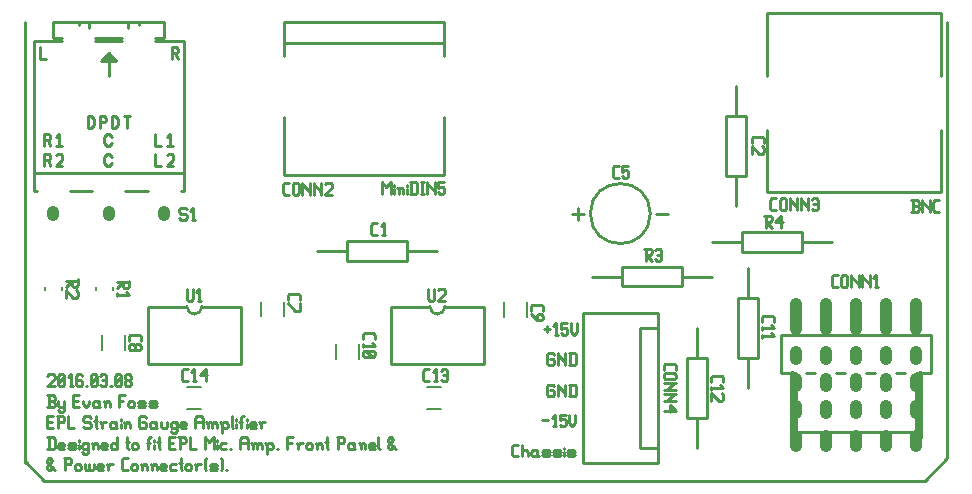
<source format=gbr>
G04 start of page 8 for group -4079 idx -4079 *
G04 Title: (unknown), topsilk *
G04 Creator: pcb 20140316 *
G04 CreationDate: Wed 09 Mar 2016 04:49:46 PM GMT UTC *
G04 For: fosse *
G04 Format: Gerber/RS-274X *
G04 PCB-Dimensions (mil): 3665.00 1935.00 *
G04 PCB-Coordinate-Origin: lower left *
%MOIN*%
%FSLAX25Y25*%
%LNTOPSILK*%
%ADD97C,0.0080*%
%ADD96C,0.0150*%
%ADD95C,0.0400*%
%ADD94C,0.0100*%
%ADD93C,0.0110*%
G54D93*X314500Y40500D02*Y186000D01*
X7000D02*Y39000D01*
X13500Y33000D02*X307000D01*
X314500Y40500D01*
X7000Y39500D02*X13500Y33000D01*
G54D94*X302500Y122550D02*X304480D01*
X304975Y123045D01*
Y124035D02*Y123045D01*
X304480Y124530D02*X304975Y124035D01*
X302995Y124530D02*X304480D01*
X302995Y126510D02*Y122550D01*
X302500Y126510D02*X304480D01*
X304975Y126015D01*
Y125025D01*
X304480Y124530D02*X304975Y125025D01*
X306163Y126510D02*Y122550D01*
Y126510D02*Y126015D01*
X308638Y123540D01*
Y126510D02*Y122550D01*
X310321D02*X311806D01*
X309826Y123045D02*X310321Y122550D01*
X309826Y126015D02*Y123045D01*
Y126015D02*X310321Y126510D01*
X311806D01*
X179500Y53030D02*X181480D01*
X183163Y51050D02*X184153D01*
X183658Y55010D02*Y51050D01*
X182668Y54020D02*X183658Y55010D01*
X185341D02*X187321D01*
X185341D02*Y53030D01*
X185836Y53525D01*
X186826D01*
X187321Y53030D01*
Y51545D01*
X186826Y51050D02*X187321Y51545D01*
X185836Y51050D02*X186826D01*
X185341Y51545D02*X185836Y51050D01*
X188509Y55010D02*Y52040D01*
X189499Y51050D01*
X190489Y52040D01*
Y55010D02*Y52040D01*
X182980Y75510D02*X183475Y75015D01*
X181495Y75510D02*X182980D01*
X181000Y75015D02*X181495Y75510D01*
X181000Y75015D02*Y72045D01*
X181495Y71550D01*
X182980D01*
X183475Y72045D01*
Y73035D02*Y72045D01*
X182980Y73530D02*X183475Y73035D01*
X181990Y73530D02*X182980D01*
X184663Y75510D02*Y71550D01*
Y75510D02*Y75015D01*
X187138Y72540D01*
Y75510D02*Y71550D01*
X188821Y75510D02*Y71550D01*
X190306Y75510D02*X190801Y75015D01*
Y72045D01*
X190306Y71550D02*X190801Y72045D01*
X188326Y71550D02*X190306D01*
X188326Y75510D02*X190306D01*
X182980Y65010D02*X183475Y64515D01*
X181495Y65010D02*X182980D01*
X181000Y64515D02*X181495Y65010D01*
X181000Y64515D02*Y61545D01*
X181495Y61050D01*
X182980D01*
X183475Y61545D01*
Y62535D02*Y61545D01*
X182980Y63030D02*X183475Y62535D01*
X181990Y63030D02*X182980D01*
X184663Y65010D02*Y61050D01*
Y65010D02*Y64515D01*
X187138Y62040D01*
Y65010D02*Y61050D01*
X188821Y65010D02*Y61050D01*
X190306Y65010D02*X190801Y64515D01*
Y61545D01*
X190306Y61050D02*X190801Y61545D01*
X188326Y61050D02*X190306D01*
X188326Y65010D02*X190306D01*
X180000Y83530D02*X181980D01*
X180990Y84520D02*Y82540D01*
X183663Y81550D02*X184653D01*
X184158Y85510D02*Y81550D01*
X183168Y84520D02*X184158Y85510D01*
X185841D02*X187821D01*
X185841D02*Y83530D01*
X186336Y84025D01*
X187326D01*
X187821Y83530D01*
Y82045D01*
X187326Y81550D02*X187821Y82045D01*
X186336Y81550D02*X187326D01*
X185841Y82045D02*X186336Y81550D01*
X189009Y85510D02*Y82540D01*
X189999Y81550D01*
X190989Y82540D01*
Y85510D02*Y82540D01*
X169995Y41050D02*X171480D01*
X169500Y41545D02*X169995Y41050D01*
X169500Y44515D02*Y41545D01*
Y44515D02*X169995Y45010D01*
X171480D01*
X172668D02*Y41050D01*
Y42535D02*X173163Y43030D01*
X174153D01*
X174648Y42535D01*
Y41050D01*
X177321Y43030D02*X177816Y42535D01*
X176331Y43030D02*X177321D01*
X175836Y42535D02*X176331Y43030D01*
X175836Y42535D02*Y41545D01*
X176331Y41050D01*
X177816Y43030D02*Y41545D01*
X178311Y41050D01*
X176331D02*X177321D01*
X177816Y41545D01*
X179994Y41050D02*X181479D01*
X181974Y41545D01*
X181479Y42040D02*X181974Y41545D01*
X179994Y42040D02*X181479D01*
X179499Y42535D02*X179994Y42040D01*
X179499Y42535D02*X179994Y43030D01*
X181479D01*
X181974Y42535D01*
X179499Y41545D02*X179994Y41050D01*
X183657D02*X185142D01*
X185637Y41545D01*
X185142Y42040D02*X185637Y41545D01*
X183657Y42040D02*X185142D01*
X183162Y42535D02*X183657Y42040D01*
X183162Y42535D02*X183657Y43030D01*
X185142D01*
X185637Y42535D01*
X183162Y41545D02*X183657Y41050D01*
X186825Y44020D02*Y43525D01*
Y42535D02*Y41050D01*
X188310D02*X189795D01*
X190290Y41545D01*
X189795Y42040D02*X190290Y41545D01*
X188310Y42040D02*X189795D01*
X187815Y42535D02*X188310Y42040D01*
X187815Y42535D02*X188310Y43030D01*
X189795D01*
X190290Y42535D01*
X187815Y41545D02*X188310Y41050D01*
X126000Y132510D02*Y128550D01*
Y132510D02*X127485Y131025D01*
X128970Y132510D01*
Y128550D01*
X130158Y131520D02*Y131025D01*
Y130035D02*Y128550D01*
X131643Y130035D02*Y128550D01*
Y130035D02*X132138Y130530D01*
X132633D01*
X133128Y130035D01*
Y128550D01*
X131148Y130530D02*X131643Y130035D01*
X134316Y131520D02*Y131025D01*
Y130035D02*Y128550D01*
X135801Y132510D02*Y128550D01*
X137286Y132510D02*X137781Y132015D01*
Y129045D01*
X137286Y128550D02*X137781Y129045D01*
X135306Y128550D02*X137286D01*
X135306Y132510D02*X137286D01*
X138969D02*X139959D01*
X139464D02*Y128550D01*
X138969D02*X139959D01*
X141147Y132510D02*Y128550D01*
Y132510D02*Y132015D01*
X143622Y129540D01*
Y132510D02*Y128550D01*
X144810Y132510D02*X146790D01*
X144810D02*Y130530D01*
X145305Y131025D01*
X146295D01*
X146790Y130530D01*
Y129045D01*
X146295Y128550D02*X146790Y129045D01*
X145305Y128550D02*X146295D01*
X144810Y129045D02*X145305Y128550D01*
X14500Y68000D02*X15000Y68500D01*
X16500D01*
X17000Y68000D01*
Y67000D01*
X14500Y64500D02*X17000Y67000D01*
X14500Y64500D02*X17000D01*
X18200Y65000D02*X18700Y64500D01*
X18200Y68000D02*Y65000D01*
Y68000D02*X18700Y68500D01*
X19700D01*
X20200Y68000D01*
Y65000D01*
X19700Y64500D02*X20200Y65000D01*
X18700Y64500D02*X19700D01*
X18200Y65500D02*X20200Y67500D01*
X21900Y64500D02*X22900D01*
X22400Y68500D02*Y64500D01*
X21400Y67500D02*X22400Y68500D01*
X25600D02*X26100Y68000D01*
X24600Y68500D02*X25600D01*
X24100Y68000D02*X24600Y68500D01*
X24100Y68000D02*Y65000D01*
X24600Y64500D01*
X25600Y66500D02*X26100Y66000D01*
X24100Y66500D02*X25600D01*
X24600Y64500D02*X25600D01*
X26100Y65000D01*
Y66000D02*Y65000D01*
X27300Y64500D02*X27800D01*
X29000Y65000D02*X29500Y64500D01*
X29000Y68000D02*Y65000D01*
Y68000D02*X29500Y68500D01*
X30500D01*
X31000Y68000D01*
Y65000D01*
X30500Y64500D02*X31000Y65000D01*
X29500Y64500D02*X30500D01*
X29000Y65500D02*X31000Y67500D01*
X32200Y68000D02*X32700Y68500D01*
X33700D01*
X34200Y68000D01*
Y65000D01*
X33700Y64500D02*X34200Y65000D01*
X32700Y64500D02*X33700D01*
X32200Y65000D02*X32700Y64500D01*
Y66500D02*X34200D01*
X35400Y64500D02*X35900D01*
X37100Y65000D02*X37600Y64500D01*
X37100Y68000D02*Y65000D01*
Y68000D02*X37600Y68500D01*
X38600D01*
X39100Y68000D01*
Y65000D01*
X38600Y64500D02*X39100Y65000D01*
X37600Y64500D02*X38600D01*
X37100Y65500D02*X39100Y67500D01*
X40300Y65000D02*X40800Y64500D01*
X40300Y66000D02*Y65000D01*
Y66000D02*X40800Y66500D01*
X41800D01*
X42300Y66000D01*
Y65000D01*
X41800Y64500D02*X42300Y65000D01*
X40800Y64500D02*X41800D01*
X40300Y67000D02*X40800Y66500D01*
X40300Y68000D02*Y67000D01*
Y68000D02*X40800Y68500D01*
X41800D01*
X42300Y68000D01*
Y67000D01*
X41800Y66500D02*X42300Y67000D01*
X14500Y52500D02*X16000D01*
X14500Y50500D02*X16500D01*
X14500Y54500D02*Y50500D01*
Y54500D02*X16500D01*
X18200D02*Y50500D01*
X17700Y54500D02*X19700D01*
X20200Y54000D01*
Y53000D01*
X19700Y52500D02*X20200Y53000D01*
X18200Y52500D02*X19700D01*
X21400Y54500D02*Y50500D01*
X23400D01*
X28400Y54500D02*X28900Y54000D01*
X26900Y54500D02*X28400D01*
X26400Y54000D02*X26900Y54500D01*
X26400Y54000D02*Y53000D01*
X26900Y52500D01*
X28400D01*
X28900Y52000D01*
Y51000D01*
X28400Y50500D02*X28900Y51000D01*
X26900Y50500D02*X28400D01*
X26400Y51000D02*X26900Y50500D01*
X30600Y54500D02*Y51000D01*
X31100Y50500D01*
X30100Y53000D02*X31100D01*
X32600Y52000D02*Y50500D01*
Y52000D02*X33100Y52500D01*
X34100D01*
X32100D02*X32600Y52000D01*
X36800Y52500D02*X37300Y52000D01*
X35800Y52500D02*X36800D01*
X35300Y52000D02*X35800Y52500D01*
X35300Y52000D02*Y51000D01*
X35800Y50500D01*
X37300Y52500D02*Y51000D01*
X37800Y50500D01*
X35800D02*X36800D01*
X37300Y51000D01*
X39000Y53500D02*Y53000D01*
Y52000D02*Y50500D01*
X40500Y52000D02*Y50500D01*
Y52000D02*X41000Y52500D01*
X41500D01*
X42000Y52000D01*
Y50500D01*
X40000Y52500D02*X40500Y52000D01*
X47000Y54500D02*X47500Y54000D01*
X45500Y54500D02*X47000D01*
X45000Y54000D02*X45500Y54500D01*
X45000Y54000D02*Y51000D01*
X45500Y50500D01*
X47000D01*
X47500Y51000D01*
Y52000D02*Y51000D01*
X47000Y52500D02*X47500Y52000D01*
X46000Y52500D02*X47000D01*
X50200D02*X50700Y52000D01*
X49200Y52500D02*X50200D01*
X48700Y52000D02*X49200Y52500D01*
X48700Y52000D02*Y51000D01*
X49200Y50500D01*
X50700Y52500D02*Y51000D01*
X51200Y50500D01*
X49200D02*X50200D01*
X50700Y51000D01*
X52400Y52500D02*Y51000D01*
X52900Y50500D01*
X53900D01*
X54400Y51000D01*
Y52500D02*Y51000D01*
X57100Y52500D02*X57600Y52000D01*
X56100Y52500D02*X57100D01*
X55600Y52000D02*X56100Y52500D01*
X55600Y52000D02*Y51000D01*
X56100Y50500D01*
X57100D01*
X57600Y51000D01*
X55600Y49500D02*X56100Y49000D01*
X57100D01*
X57600Y49500D01*
Y52500D02*Y49500D01*
X59300Y50500D02*X60800D01*
X58800Y51000D02*X59300Y50500D01*
X58800Y52000D02*Y51000D01*
Y52000D02*X59300Y52500D01*
X60300D01*
X60800Y52000D01*
X58800Y51500D02*X60800D01*
Y52000D02*Y51500D01*
X63800Y54000D02*Y50500D01*
Y54000D02*X64300Y54500D01*
X65800D01*
X66300Y54000D01*
Y50500D01*
X63800Y52500D02*X66300D01*
X68000Y52000D02*Y50500D01*
Y52000D02*X68500Y52500D01*
X69000D01*
X69500Y52000D01*
Y50500D01*
Y52000D02*X70000Y52500D01*
X70500D01*
X71000Y52000D01*
Y50500D01*
X67500Y52500D02*X68000Y52000D01*
X72700D02*Y49000D01*
X72200Y52500D02*X72700Y52000D01*
X73200Y52500D01*
X74200D01*
X74700Y52000D01*
Y51000D01*
X74200Y50500D02*X74700Y51000D01*
X73200Y50500D02*X74200D01*
X72700Y51000D02*X73200Y50500D01*
X75900Y54500D02*Y51000D01*
X76400Y50500D01*
X77400Y53500D02*Y53000D01*
Y52000D02*Y50500D01*
X78900Y54000D02*Y50500D01*
Y54000D02*X79400Y54500D01*
X79900D01*
X78400Y52500D02*X79400D01*
X80900Y53500D02*Y53000D01*
Y52000D02*Y50500D01*
X82400D02*X83900D01*
X81900Y51000D02*X82400Y50500D01*
X81900Y52000D02*Y51000D01*
Y52000D02*X82400Y52500D01*
X83400D01*
X83900Y52000D01*
X81900Y51500D02*X83900D01*
Y52000D02*Y51500D01*
X85600Y52000D02*Y50500D01*
Y52000D02*X86100Y52500D01*
X87100D01*
X85100D02*X85600Y52000D01*
X14500Y57500D02*X16500D01*
X17000Y58000D01*
Y59000D02*Y58000D01*
X16500Y59500D02*X17000Y59000D01*
X15000Y59500D02*X16500D01*
X15000Y61500D02*Y57500D01*
X14500Y61500D02*X16500D01*
X17000Y61000D01*
Y60000D01*
X16500Y59500D02*X17000Y60000D01*
X18200Y59500D02*Y58000D01*
X18700Y57500D01*
X20200Y59500D02*Y56500D01*
X19700Y56000D02*X20200Y56500D01*
X18700Y56000D02*X19700D01*
X18200Y56500D02*X18700Y56000D01*
Y57500D02*X19700D01*
X20200Y58000D01*
X23200Y59500D02*X24700D01*
X23200Y57500D02*X25200D01*
X23200Y61500D02*Y57500D01*
Y61500D02*X25200D01*
X26400Y59500D02*Y58500D01*
X27400Y57500D01*
X28400Y58500D01*
Y59500D02*Y58500D01*
X31100Y59500D02*X31600Y59000D01*
X30100Y59500D02*X31100D01*
X29600Y59000D02*X30100Y59500D01*
X29600Y59000D02*Y58000D01*
X30100Y57500D01*
X31600Y59500D02*Y58000D01*
X32100Y57500D01*
X30100D02*X31100D01*
X31600Y58000D01*
X33800Y59000D02*Y57500D01*
Y59000D02*X34300Y59500D01*
X34800D01*
X35300Y59000D01*
Y57500D01*
X33300Y59500D02*X33800Y59000D01*
X38300Y61500D02*Y57500D01*
Y61500D02*X40300D01*
X38300Y59500D02*X39800D01*
X41500Y59000D02*Y58000D01*
Y59000D02*X42000Y59500D01*
X43000D01*
X43500Y59000D01*
Y58000D01*
X43000Y57500D02*X43500Y58000D01*
X42000Y57500D02*X43000D01*
X41500Y58000D02*X42000Y57500D01*
X45200D02*X46700D01*
X47200Y58000D01*
X46700Y58500D02*X47200Y58000D01*
X45200Y58500D02*X46700D01*
X44700Y59000D02*X45200Y58500D01*
X44700Y59000D02*X45200Y59500D01*
X46700D01*
X47200Y59000D01*
X44700Y58000D02*X45200Y57500D01*
X48900D02*X50400D01*
X50900Y58000D01*
X50400Y58500D02*X50900Y58000D01*
X48900Y58500D02*X50400D01*
X48400Y59000D02*X48900Y58500D01*
X48400Y59000D02*X48900Y59500D01*
X50400D01*
X50900Y59000D01*
X48400Y58000D02*X48900Y57500D01*
X15000Y47500D02*Y43500D01*
X16500Y47500D02*X17000Y47000D01*
Y44000D01*
X16500Y43500D02*X17000Y44000D01*
X14500Y43500D02*X16500D01*
X14500Y47500D02*X16500D01*
X18700Y43500D02*X20200D01*
X18200Y44000D02*X18700Y43500D01*
X18200Y45000D02*Y44000D01*
Y45000D02*X18700Y45500D01*
X19700D01*
X20200Y45000D01*
X18200Y44500D02*X20200D01*
Y45000D02*Y44500D01*
X21900Y43500D02*X23400D01*
X23900Y44000D01*
X23400Y44500D02*X23900Y44000D01*
X21900Y44500D02*X23400D01*
X21400Y45000D02*X21900Y44500D01*
X21400Y45000D02*X21900Y45500D01*
X23400D01*
X23900Y45000D01*
X21400Y44000D02*X21900Y43500D01*
X25100Y46500D02*Y46000D01*
Y45000D02*Y43500D01*
X27600Y45500D02*X28100Y45000D01*
X26600Y45500D02*X27600D01*
X26100Y45000D02*X26600Y45500D01*
X26100Y45000D02*Y44000D01*
X26600Y43500D01*
X27600D01*
X28100Y44000D01*
X26100Y42500D02*X26600Y42000D01*
X27600D01*
X28100Y42500D01*
Y45500D02*Y42500D01*
X29800Y45000D02*Y43500D01*
Y45000D02*X30300Y45500D01*
X30800D01*
X31300Y45000D01*
Y43500D01*
X29300Y45500D02*X29800Y45000D01*
X33000Y43500D02*X34500D01*
X32500Y44000D02*X33000Y43500D01*
X32500Y45000D02*Y44000D01*
Y45000D02*X33000Y45500D01*
X34000D01*
X34500Y45000D01*
X32500Y44500D02*X34500D01*
Y45000D02*Y44500D01*
X37700Y47500D02*Y43500D01*
X37200D02*X37700Y44000D01*
X36200Y43500D02*X37200D01*
X35700Y44000D02*X36200Y43500D01*
X35700Y45000D02*Y44000D01*
Y45000D02*X36200Y45500D01*
X37200D01*
X37700Y45000D01*
X41200Y47500D02*Y44000D01*
X41700Y43500D01*
X40700Y46000D02*X41700D01*
X42700Y45000D02*Y44000D01*
Y45000D02*X43200Y45500D01*
X44200D01*
X44700Y45000D01*
Y44000D01*
X44200Y43500D02*X44700Y44000D01*
X43200Y43500D02*X44200D01*
X42700Y44000D02*X43200Y43500D01*
X48200Y47000D02*Y43500D01*
Y47000D02*X48700Y47500D01*
X49200D01*
X47700Y45500D02*X48700D01*
X50200Y46500D02*Y46000D01*
Y45000D02*Y43500D01*
X51700Y47500D02*Y44000D01*
X52200Y43500D01*
X51200Y46000D02*X52200D01*
X55000Y45500D02*X56500D01*
X55000Y43500D02*X57000D01*
X55000Y47500D02*Y43500D01*
Y47500D02*X57000D01*
X58700D02*Y43500D01*
X58200Y47500D02*X60200D01*
X60700Y47000D01*
Y46000D01*
X60200Y45500D02*X60700Y46000D01*
X58700Y45500D02*X60200D01*
X61900Y47500D02*Y43500D01*
X63900D01*
X66900Y47500D02*Y43500D01*
Y47500D02*X68400Y46000D01*
X69900Y47500D01*
Y43500D01*
X71100Y46500D02*Y46000D01*
Y45000D02*Y43500D01*
X72600Y45500D02*X74100D01*
X72100Y45000D02*X72600Y45500D01*
X72100Y45000D02*Y44000D01*
X72600Y43500D01*
X74100D01*
X75300D02*X75800D01*
X78800Y47000D02*Y43500D01*
Y47000D02*X79300Y47500D01*
X80800D01*
X81300Y47000D01*
Y43500D01*
X78800Y45500D02*X81300D01*
X83000Y45000D02*Y43500D01*
Y45000D02*X83500Y45500D01*
X84000D01*
X84500Y45000D01*
Y43500D01*
Y45000D02*X85000Y45500D01*
X85500D01*
X86000Y45000D01*
Y43500D01*
X82500Y45500D02*X83000Y45000D01*
X87700D02*Y42000D01*
X87200Y45500D02*X87700Y45000D01*
X88200Y45500D01*
X89200D01*
X89700Y45000D01*
Y44000D01*
X89200Y43500D02*X89700Y44000D01*
X88200Y43500D02*X89200D01*
X87700Y44000D02*X88200Y43500D01*
X90900D02*X91400D01*
X94400Y47500D02*Y43500D01*
Y47500D02*X96400D01*
X94400Y45500D02*X95900D01*
X98100Y45000D02*Y43500D01*
Y45000D02*X98600Y45500D01*
X99600D01*
X97600D02*X98100Y45000D01*
X100800D02*Y44000D01*
Y45000D02*X101300Y45500D01*
X102300D01*
X102800Y45000D01*
Y44000D01*
X102300Y43500D02*X102800Y44000D01*
X101300Y43500D02*X102300D01*
X100800Y44000D02*X101300Y43500D01*
X104500Y45000D02*Y43500D01*
Y45000D02*X105000Y45500D01*
X105500D01*
X106000Y45000D01*
Y43500D01*
X104000Y45500D02*X104500Y45000D01*
X107700Y47500D02*Y44000D01*
X108200Y43500D01*
X107200Y46000D02*X108200D01*
X111500Y47500D02*Y43500D01*
X111000Y47500D02*X113000D01*
X113500Y47000D01*
Y46000D01*
X113000Y45500D02*X113500Y46000D01*
X111500Y45500D02*X113000D01*
X116200D02*X116700Y45000D01*
X115200Y45500D02*X116200D01*
X114700Y45000D02*X115200Y45500D01*
X114700Y45000D02*Y44000D01*
X115200Y43500D01*
X116700Y45500D02*Y44000D01*
X117200Y43500D01*
X115200D02*X116200D01*
X116700Y44000D01*
X118900Y45000D02*Y43500D01*
Y45000D02*X119400Y45500D01*
X119900D01*
X120400Y45000D01*
Y43500D01*
X118400Y45500D02*X118900Y45000D01*
X122100Y43500D02*X123600D01*
X121600Y44000D02*X122100Y43500D01*
X121600Y45000D02*Y44000D01*
Y45000D02*X122100Y45500D01*
X123100D01*
X123600Y45000D01*
X121600Y44500D02*X123600D01*
Y45000D02*Y44500D01*
X124800Y47500D02*Y44000D01*
X125300Y43500D01*
X128100Y44000D02*X128600Y43500D01*
X128100Y47000D02*Y46000D01*
Y47000D02*X128600Y47500D01*
X128100Y45000D02*X129600Y46500D01*
X128600Y43500D02*X129100D01*
X130100Y44500D01*
X128100Y46000D02*X130600Y43500D01*
X128600Y47500D02*X129100D01*
X129600Y47000D01*
Y46500D01*
X128100Y45000D02*Y44000D01*
X14500Y37000D02*X15000Y36500D01*
X14500Y40000D02*Y39000D01*
Y40000D02*X15000Y40500D01*
X14500Y38000D02*X16000Y39500D01*
X15000Y36500D02*X15500D01*
X16500Y37500D01*
X14500Y39000D02*X17000Y36500D01*
X15000Y40500D02*X15500D01*
X16000Y40000D01*
Y39500D01*
X14500Y38000D02*Y37000D01*
X20500Y40500D02*Y36500D01*
X20000Y40500D02*X22000D01*
X22500Y40000D01*
Y39000D01*
X22000Y38500D02*X22500Y39000D01*
X20500Y38500D02*X22000D01*
X23700Y38000D02*Y37000D01*
Y38000D02*X24200Y38500D01*
X25200D01*
X25700Y38000D01*
Y37000D01*
X25200Y36500D02*X25700Y37000D01*
X24200Y36500D02*X25200D01*
X23700Y37000D02*X24200Y36500D01*
X26900Y38500D02*Y37000D01*
X27400Y36500D01*
X27900D01*
X28400Y37000D01*
Y38500D02*Y37000D01*
X28900Y36500D01*
X29400D01*
X29900Y37000D01*
Y38500D02*Y37000D01*
X31600Y36500D02*X33100D01*
X31100Y37000D02*X31600Y36500D01*
X31100Y38000D02*Y37000D01*
Y38000D02*X31600Y38500D01*
X32600D01*
X33100Y38000D01*
X31100Y37500D02*X33100D01*
Y38000D02*Y37500D01*
X34800Y38000D02*Y36500D01*
Y38000D02*X35300Y38500D01*
X36300D01*
X34300D02*X34800Y38000D01*
X39800Y36500D02*X41300D01*
X39300Y37000D02*X39800Y36500D01*
X39300Y40000D02*Y37000D01*
Y40000D02*X39800Y40500D01*
X41300D01*
X42500Y38000D02*Y37000D01*
Y38000D02*X43000Y38500D01*
X44000D01*
X44500Y38000D01*
Y37000D01*
X44000Y36500D02*X44500Y37000D01*
X43000Y36500D02*X44000D01*
X42500Y37000D02*X43000Y36500D01*
X46200Y38000D02*Y36500D01*
Y38000D02*X46700Y38500D01*
X47200D01*
X47700Y38000D01*
Y36500D01*
X45700Y38500D02*X46200Y38000D01*
X49400D02*Y36500D01*
Y38000D02*X49900Y38500D01*
X50400D01*
X50900Y38000D01*
Y36500D01*
X48900Y38500D02*X49400Y38000D01*
X52600Y36500D02*X54100D01*
X52100Y37000D02*X52600Y36500D01*
X52100Y38000D02*Y37000D01*
Y38000D02*X52600Y38500D01*
X53600D01*
X54100Y38000D01*
X52100Y37500D02*X54100D01*
Y38000D02*Y37500D01*
X55800Y38500D02*X57300D01*
X55300Y38000D02*X55800Y38500D01*
X55300Y38000D02*Y37000D01*
X55800Y36500D01*
X57300D01*
X59000Y40500D02*Y37000D01*
X59500Y36500D01*
X58500Y39000D02*X59500D01*
X60500Y38000D02*Y37000D01*
Y38000D02*X61000Y38500D01*
X62000D01*
X62500Y38000D01*
Y37000D01*
X62000Y36500D02*X62500Y37000D01*
X61000Y36500D02*X62000D01*
X60500Y37000D02*X61000Y36500D01*
X64200Y38000D02*Y36500D01*
Y38000D02*X64700Y38500D01*
X65700D01*
X63700D02*X64200Y38000D01*
X66900Y37000D02*X67400Y36500D01*
X66900Y40000D02*X67400Y40500D01*
X66900Y40000D02*Y37000D01*
X69100Y36500D02*X70600D01*
X71100Y37000D01*
X70600Y37500D02*X71100Y37000D01*
X69100Y37500D02*X70600D01*
X68600Y38000D02*X69100Y37500D01*
X68600Y38000D02*X69100Y38500D01*
X70600D01*
X71100Y38000D01*
X68600Y37000D02*X69100Y36500D01*
X72300Y40500D02*X72800Y40000D01*
Y37000D01*
X72300Y36500D02*X72800Y37000D01*
X74000Y36500D02*X74500D01*
X312500Y188850D02*X254500D01*
X312500Y129150D02*Y150000D01*
X254500Y129150D02*X312500D01*
X254500Y188850D02*Y168000D01*
X312500Y188850D02*Y168000D01*
X254500Y129150D02*Y150000D01*
X312500Y188016D03*
X304000Y49300D02*Y69000D01*
X309000D02*Y81500D01*
Y69000D02*X304000D01*
X300500D02*X297500D01*
G54D95*X294000Y55600D02*Y57800D01*
X304000Y55600D02*Y57800D01*
X294000Y64600D02*Y66800D01*
X304000Y64600D02*Y66800D01*
Y73600D02*Y75800D01*
X294000Y73600D02*Y75800D01*
X304000Y83500D02*Y92000D01*
X294000Y83500D02*Y92000D01*
G54D94*X304000Y49300D02*X290500D01*
G54D95*X294000Y44600D02*Y47800D01*
X304000Y44600D02*Y47800D01*
G54D96*X305250Y47600D02*Y68700D01*
G54D94*X264000Y49300D02*Y69000D01*
X259000D02*Y81500D01*
X264000Y69000D02*X259000D01*
X270500D02*X267500D01*
X280500D02*X277500D01*
X290500D02*X287500D01*
G54D95*X284000Y55600D02*Y57800D01*
X274000Y55600D02*Y57800D01*
X264000Y55600D02*Y57800D01*
Y64600D02*Y66800D01*
X284000Y73600D02*Y75800D01*
X264000Y73600D02*Y75800D01*
X274000Y73600D02*Y75800D01*
Y64600D02*Y66800D01*
X284000Y64600D02*Y66800D01*
Y83500D02*Y92000D01*
X274000Y83500D02*Y92000D01*
X264000Y83500D02*Y92000D01*
X284000Y44600D02*Y47800D01*
X274000Y44600D02*Y47800D01*
X264000Y44600D02*Y47800D01*
G54D96*X262750Y47300D02*Y68700D01*
G54D94*X309000Y81500D02*X259000D01*
X304000Y49300D02*X264000D01*
X244000Y164595D02*Y154595D01*
Y134595D02*Y124595D01*
X247300Y154595D02*Y134595D01*
X240700D02*X247300D01*
X240700Y154595D02*Y134595D01*
Y154595D02*X247300D01*
G54D97*X174240Y92362D02*Y87638D01*
X166760Y92362D02*Y87638D01*
G54D94*X193200Y89000D02*Y39000D01*
X218200Y89000D02*Y39000D01*
X212200Y84000D02*X218200D01*
X212200D02*Y44000D01*
X218200D01*
X193200Y89000D02*X218200D01*
X193200Y39000D02*X218200D01*
X231000Y84000D02*Y74000D01*
Y54000D02*Y44000D01*
X234300Y74000D02*Y54000D01*
X227700D02*X234300D01*
X227700Y74000D02*Y54000D01*
Y74000D02*X234300D01*
X196000Y101000D02*X206000D01*
X226000D02*X236000D01*
X206000Y104300D02*X226000D01*
Y97700D01*
X206000D02*X226000D01*
X206000Y104300D02*Y97700D01*
X248000Y104000D02*Y94000D01*
Y74000D02*Y64000D01*
X251300Y94000D02*Y74000D01*
X244700D02*X251300D01*
X244700Y94000D02*Y74000D01*
Y94000D02*X251300D01*
X236000Y112500D02*X246000D01*
X266000D02*X276000D01*
X246000Y115800D02*X266000D01*
Y109200D01*
X246000D01*
Y115800D01*
X189500Y122000D02*X193500D01*
X191500Y124000D02*Y120000D01*
X217500Y122000D02*X221500D01*
X195500D02*G75*G03X195500Y122000I10000J0D01*G01*
G54D95*X53500Y122500D02*Y121500D01*
G54D94*X60000Y129500D02*Y179500D01*
X45000Y185000D02*Y186000D01*
X11000Y129500D02*X10000D01*
X60000D02*X59000D01*
X22000D02*X29500D01*
X40500D02*X48000D01*
X28500Y184000D02*Y186000D01*
X25000Y185000D02*Y186000D01*
X10000Y179500D02*X19500D01*
X30500D02*X39500D01*
X60000D02*X50500D01*
X19500Y180500D02*X16500D01*
Y186000D01*
X53500D01*
Y180500D01*
X50500D01*
X39500D02*X30500D01*
X41500Y184000D02*Y186000D01*
G54D95*X16500Y122500D02*Y121500D01*
X35000Y122500D02*Y121500D01*
G54D94*X10000Y179500D02*Y129500D01*
Y135500D02*X60000D01*
X35000Y175500D02*Y168000D01*
Y175500D02*X32500Y173000D01*
X37500D01*
X35000Y175500D01*
Y174500D02*X36500Y173000D01*
X33500D02*X35000Y174500D01*
X28000Y154500D02*Y150500D01*
X29000D01*
X30000Y151500D01*
Y153500D01*
X29000Y154500D01*
X28000D01*
X32000Y150500D02*Y154500D01*
X33500D01*
X34000Y154000D01*
Y153000D01*
X33500Y152500D01*
X32500D01*
X38000Y153500D02*X37000Y154500D01*
X36000D01*
X15000Y148500D02*X15500Y148000D01*
Y147000D01*
X15000Y146500D01*
X14000D01*
X13500Y142000D02*X15000D01*
X15500Y141500D01*
Y140500D01*
X15000Y140000D01*
X14000D01*
X15000Y146000D02*X15500Y144500D01*
X15000Y139500D02*X15500Y138000D01*
X56000Y177500D02*Y173500D01*
Y177500D02*X57500D01*
X58000Y177000D01*
Y176000D01*
X57500Y175500D01*
X56500D01*
X57500Y175000D02*X58000Y173500D01*
X12000Y177500D02*Y173500D01*
X14000D01*
X19500Y141500D02*Y140000D01*
X13500Y142000D02*Y138000D01*
X17500Y144500D02*X19500D01*
X18500D02*Y148500D01*
X17500Y147500D01*
X50500Y138000D02*X52500D01*
X17500D02*X19500D01*
X55000Y142000D02*X56000D01*
X54500Y141500D02*X55000Y142000D01*
X56000D02*X56500Y141500D01*
Y140000D01*
X54500Y138000D01*
X56500D01*
X50500Y148500D02*Y144500D01*
X52500D01*
X54500D02*X56500D01*
X55500D02*Y148500D01*
X54500Y147500D01*
X50500Y142000D02*Y138000D01*
X19500Y140000D02*X17500Y138000D01*
Y141500D02*X18000Y142000D01*
X19000D02*X19500Y141500D01*
X18000Y142000D02*X19000D01*
X13500Y148500D02*Y144500D01*
Y148500D02*X15000D01*
X36000Y154500D02*Y150500D01*
X37000D01*
X38000Y151500D01*
Y153500D01*
X40000Y154500D02*X42000D01*
X41000D02*Y150500D01*
X33500Y141000D02*Y139000D01*
Y147500D02*Y145500D01*
X34500Y148500D02*X33500Y147500D01*
Y145500D02*X34500Y144500D01*
X35000D02*X36000Y145500D01*
X34500Y144500D02*X35000D01*
Y148500D02*X34500D01*
X36000Y141000D02*X35000Y142000D01*
X34500D01*
X33500Y141000D01*
Y139000D02*X34500Y138000D01*
X35000D02*X36000Y139000D01*
X34500Y138000D02*X35000D01*
X36000Y147500D02*X35000Y148500D01*
G54D97*X36255Y97393D02*Y96607D01*
X30745Y97393D02*Y96607D01*
X19255Y97393D02*Y96607D01*
X13745Y97393D02*Y96607D01*
G54D94*X48000Y91000D02*Y72000D01*
X79000D01*
Y91000D01*
X48000D02*X61000D01*
X79000D02*X66000D01*
X61000D02*G75*G03X66000Y91000I2500J0D01*G01*
G54D97*X61138Y64240D02*X65862D01*
X61138Y56760D02*X65862D01*
G54D94*X129000Y91000D02*Y72000D01*
X160000D01*
Y91000D01*
X129000D02*X142000D01*
X160000D02*X147000D01*
X142000D02*G75*G03X147000Y91000I2500J0D01*G01*
X104500Y109500D02*X114500D01*
X134500D02*X144500D01*
X114500Y112800D02*X134500D01*
Y106200D01*
X114500D02*X134500D01*
X114500Y112800D02*Y106200D01*
X93425Y179000D02*X146574D01*
X93425Y134906D02*Y154237D01*
Y185890D02*X146575D01*
Y134906D02*X93425D01*
Y185890D02*Y174552D01*
X146575Y185890D02*Y174552D01*
Y134906D02*Y154237D01*
G54D97*X93240Y92457D02*Y87733D01*
X85760Y92457D02*Y87733D01*
X40240Y81362D02*Y76638D01*
X32760Y81362D02*Y76638D01*
X118240Y78362D02*Y73638D01*
X110760Y78362D02*Y73638D01*
X141138Y64240D02*X145862D01*
X141138Y56760D02*X145862D01*
G54D94*X256037Y123190D02*X257537D01*
X255537Y123690D02*X256037Y123190D01*
X255537Y126690D02*Y123690D01*
Y126690D02*X256037Y127190D01*
X257537D01*
X258737Y126690D02*Y123690D01*
Y126690D02*X259237Y127190D01*
X260237D01*
X260737Y126690D01*
Y123690D01*
X260237Y123190D02*X260737Y123690D01*
X259237Y123190D02*X260237D01*
X258737Y123690D02*X259237Y123190D01*
X261937Y127190D02*Y123190D01*
Y127190D02*Y126690D01*
X264437Y124190D01*
Y127190D02*Y123190D01*
X265637Y127190D02*Y123190D01*
Y127190D02*Y126690D01*
X268137Y124190D01*
Y127190D02*Y123190D01*
X269337Y126690D02*X269837Y127190D01*
X270837D01*
X271337Y126690D01*
Y123690D01*
X270837Y123190D02*X271337Y123690D01*
X269837Y123190D02*X270837D01*
X269337Y123690D02*X269837Y123190D01*
Y125190D02*X271337D01*
X276500Y97500D02*X278000D01*
X276000Y98000D02*X276500Y97500D01*
X276000Y101000D02*Y98000D01*
Y101000D02*X276500Y101500D01*
X278000D01*
X279200Y101000D02*Y98000D01*
Y101000D02*X279700Y101500D01*
X280700D01*
X281200Y101000D01*
Y98000D01*
X280700Y97500D02*X281200Y98000D01*
X279700Y97500D02*X280700D01*
X279200Y98000D02*X279700Y97500D01*
X282400Y101500D02*Y97500D01*
Y101500D02*Y101000D01*
X284900Y98500D01*
Y101500D02*Y97500D01*
X286100Y101500D02*Y97500D01*
Y101500D02*Y101000D01*
X288600Y98500D01*
Y101500D02*Y97500D01*
X290300D02*X291300D01*
X290800Y101500D02*Y97500D01*
X289800Y100500D02*X290800Y101500D01*
X253500Y121300D02*X255500D01*
X256000Y120800D01*
Y119800D01*
X255500Y119300D02*X256000Y119800D01*
X254000Y119300D02*X255500D01*
X254000Y121300D02*Y117300D01*
Y119300D02*X256000Y117300D01*
X257200Y119300D02*X259200Y121300D01*
X257200Y119300D02*X259700D01*
X259200Y121300D02*Y117300D01*
X249300Y147095D02*Y145595D01*
X249800Y147595D02*X249300Y147095D01*
X249800Y147595D02*X252800D01*
X253300Y147095D01*
Y145595D01*
X252800Y144395D02*X253300Y143895D01*
Y142395D01*
X252800Y141895D01*
X251800D02*X252800D01*
X249300Y144395D02*X251800Y141895D01*
X249300Y144395D02*Y141895D01*
X119650Y81650D02*Y80150D01*
X120150Y82150D02*X119650Y81650D01*
X120150Y82150D02*X123150D01*
X123650Y81650D01*
Y80150D01*
X119650Y78450D02*Y77450D01*
Y77950D02*X123650D01*
X122650Y78950D02*X123650Y77950D01*
X120150Y76250D02*X119650Y75750D01*
X120150Y76250D02*X123150D01*
X123650Y75750D01*
Y74750D01*
X123150Y74250D01*
X120150D02*X123150D01*
X119650Y74750D02*X120150Y74250D01*
X119650Y75750D02*Y74750D01*
X120650Y76250D02*X122650Y74250D01*
X140350Y66150D02*X141850D01*
X139850Y66650D02*X140350Y66150D01*
X139850Y69650D02*Y66650D01*
Y69650D02*X140350Y70150D01*
X141850D01*
X143550Y66150D02*X144550D01*
X144050Y70150D02*Y66150D01*
X143050Y69150D02*X144050Y70150D01*
X145750Y69650D02*X146250Y70150D01*
X147250D01*
X147750Y69650D01*
Y66650D01*
X147250Y66150D02*X147750Y66650D01*
X146250Y66150D02*X147250D01*
X145750Y66650D02*X146250Y66150D01*
Y68150D02*X147750D01*
X220000Y71500D02*Y70000D01*
X220500Y72000D02*X220000Y71500D01*
X220500Y72000D02*X223500D01*
X224000Y71500D01*
Y70000D01*
X220500Y68800D02*X223500D01*
X224000Y68300D01*
Y67300D01*
X223500Y66800D01*
X220500D02*X223500D01*
X220000Y67300D02*X220500Y66800D01*
X220000Y68300D02*Y67300D01*
X220500Y68800D02*X220000Y68300D01*
Y65600D02*X224000D01*
X223500D02*X224000D01*
X223500D02*X221000Y63100D01*
X220000D02*X224000D01*
X220000Y61900D02*X224000D01*
X223500D02*X224000D01*
X223500D02*X221000Y59400D01*
X220000D02*X224000D01*
X222000Y58200D02*X224000Y56200D01*
X222000Y58200D02*Y55700D01*
X220000Y56200D02*X224000D01*
X235800Y67500D02*Y66000D01*
X236300Y68000D02*X235800Y67500D01*
X236300Y68000D02*X239300D01*
X239800Y67500D01*
Y66000D01*
X235800Y64300D02*Y63300D01*
Y63800D02*X239800D01*
X238800Y64800D02*X239800Y63800D01*
X239300Y62100D02*X239800Y61600D01*
Y60100D01*
X239300Y59600D01*
X238300D02*X239300D01*
X235800Y62100D02*X238300Y59600D01*
X235800Y62100D02*Y59600D01*
X252700Y87500D02*Y86000D01*
X253200Y88000D02*X252700Y87500D01*
X253200Y88000D02*X256200D01*
X256700Y87500D01*
Y86000D01*
X252700Y84300D02*Y83300D01*
Y83800D02*X256700D01*
X255700Y84800D02*X256700Y83800D01*
X252700Y81600D02*Y80600D01*
Y81100D02*X256700D01*
X255700Y82100D02*X256700Y81100D01*
X213500Y110300D02*X215500D01*
X216000Y109800D01*
Y108800D01*
X215500Y108300D02*X216000Y108800D01*
X214000Y108300D02*X215500D01*
X214000Y110300D02*Y106300D01*
Y108300D02*X216000Y106300D01*
X217200Y109800D02*X217700Y110300D01*
X218700D01*
X219200Y109800D01*
Y106800D01*
X218700Y106300D02*X219200Y106800D01*
X217700Y106300D02*X218700D01*
X217200Y106800D02*X217700Y106300D01*
Y108300D02*X219200D01*
X203500Y134000D02*X205000D01*
X203000Y134500D02*X203500Y134000D01*
X203000Y137500D02*Y134500D01*
Y137500D02*X203500Y138000D01*
X205000D01*
X206200D02*X208200D01*
X206200D02*Y136000D01*
X206700Y136500D01*
X207700D01*
X208200Y136000D01*
Y134500D01*
X207700Y134000D02*X208200Y134500D01*
X206700Y134000D02*X207700D01*
X206200Y134500D02*X206700Y134000D01*
X60500Y124000D02*X61000Y123500D01*
X59000Y124000D02*X60500D01*
X58500Y123500D02*X59000Y124000D01*
X58500Y123500D02*Y122500D01*
X59000Y122000D01*
X60500D01*
X61000Y121500D01*
Y120500D01*
X60500Y120000D02*X61000Y120500D01*
X59000Y120000D02*X60500D01*
X58500Y120500D02*X59000Y120000D01*
X62700D02*X63700D01*
X63200Y124000D02*Y120000D01*
X62200Y123000D02*X63200Y124000D01*
X141500Y97000D02*Y93500D01*
X142000Y93000D01*
X143000D01*
X143500Y93500D01*
Y97000D02*Y93500D01*
X144700Y96500D02*X145200Y97000D01*
X146700D01*
X147200Y96500D01*
Y95500D01*
X144700Y93000D02*X147200Y95500D01*
X144700Y93000D02*X147200D01*
X123000Y114800D02*X124500D01*
X122500Y115300D02*X123000Y114800D01*
X122500Y118300D02*Y115300D01*
Y118300D02*X123000Y118800D01*
X124500D01*
X126200Y114800D02*X127200D01*
X126700Y118800D02*Y114800D01*
X125700Y117800D02*X126700Y118800D01*
X41650Y99650D02*Y97650D01*
X41150Y97150D01*
X40150D02*X41150D01*
X39650Y97650D02*X40150Y97150D01*
X39650Y99150D02*Y97650D01*
X37650Y99150D02*X41650D01*
X39650D02*X37650Y97150D01*
Y95450D02*Y94450D01*
Y94950D02*X41650D01*
X40650Y95950D02*X41650Y94950D01*
X24650Y100150D02*Y98150D01*
X24150Y97650D01*
X23150D02*X24150D01*
X22650Y98150D02*X23150Y97650D01*
X22650Y99650D02*Y98150D01*
X20650Y99650D02*X24650D01*
X22650D02*X20650Y97650D01*
X24150Y96450D02*X24650Y95950D01*
Y94450D01*
X24150Y93950D01*
X23150D02*X24150D01*
X20650Y96450D02*X23150Y93950D01*
X20650Y96450D02*Y93950D01*
X61000Y97000D02*Y93500D01*
X61500Y93000D01*
X62500D01*
X63000Y93500D01*
Y97000D02*Y93500D01*
X64700Y93000D02*X65700D01*
X65200Y97000D02*Y93000D01*
X64200Y96000D02*X65200Y97000D01*
X93634Y128252D02*X95134D01*
X93134Y128752D02*X93634Y128252D01*
X93134Y131752D02*Y128752D01*
Y131752D02*X93634Y132252D01*
X95134D01*
X96334Y131752D02*Y128752D01*
Y131752D02*X96834Y132252D01*
X97834D01*
X98334Y131752D01*
Y128752D01*
X97834Y128252D02*X98334Y128752D01*
X96834Y128252D02*X97834D01*
X96334Y128752D02*X96834Y128252D01*
X99534Y132252D02*Y128252D01*
Y132252D02*Y131752D01*
X102034Y129252D01*
Y132252D02*Y128252D01*
X103234Y132252D02*Y128252D01*
Y132252D02*Y131752D01*
X105734Y129252D01*
Y132252D02*Y128252D01*
X106934Y131752D02*X107434Y132252D01*
X108934D01*
X109434Y131752D01*
Y130752D01*
X106934Y128252D02*X109434Y130752D01*
X106934Y128252D02*X109434D01*
X94650Y94745D02*Y93245D01*
X95150Y95245D02*X94650Y94745D01*
X95150Y95245D02*X98150D01*
X98650Y94745D01*
Y93245D01*
X94650Y92045D02*X97150Y89545D01*
X98650D01*
Y92045D02*Y89545D01*
X175650Y91150D02*Y89650D01*
X176150Y91650D02*X175650Y91150D01*
X176150Y91650D02*X179150D01*
X179650Y91150D01*
Y89650D01*
X175650Y88450D02*X177650Y86450D01*
X179150D01*
X179650Y86950D02*X179150Y86450D01*
X179650Y87950D02*Y86950D01*
X179150Y88450D02*X179650Y87950D01*
X178150Y88450D02*X179150D01*
X178150D02*X177650Y87950D01*
Y86450D01*
X41650Y81150D02*Y79650D01*
X42150Y81650D02*X41650Y81150D01*
X42150Y81650D02*X45150D01*
X45650Y81150D01*
Y79650D01*
X42150Y78450D02*X41650Y77950D01*
X42150Y78450D02*X43150D01*
X43650Y77950D01*
Y76950D01*
X43150Y76450D01*
X42150D02*X43150D01*
X41650Y76950D02*X42150Y76450D01*
X41650Y77950D02*Y76950D01*
X44150Y78450D02*X43650Y77950D01*
X44150Y78450D02*X45150D01*
X45650Y77950D01*
Y76950D01*
X45150Y76450D01*
X44150D02*X45150D01*
X43650Y76950D02*X44150Y76450D01*
X59850Y66150D02*X61350D01*
X59350Y66650D02*X59850Y66150D01*
X59350Y69650D02*Y66650D01*
Y69650D02*X59850Y70150D01*
X61350D01*
X63050Y66150D02*X64050D01*
X63550Y70150D02*Y66150D01*
X62550Y69150D02*X63550Y70150D01*
X65250Y68150D02*X67250Y70150D01*
X65250Y68150D02*X67750D01*
X67250Y70150D02*Y66150D01*
M02*

</source>
